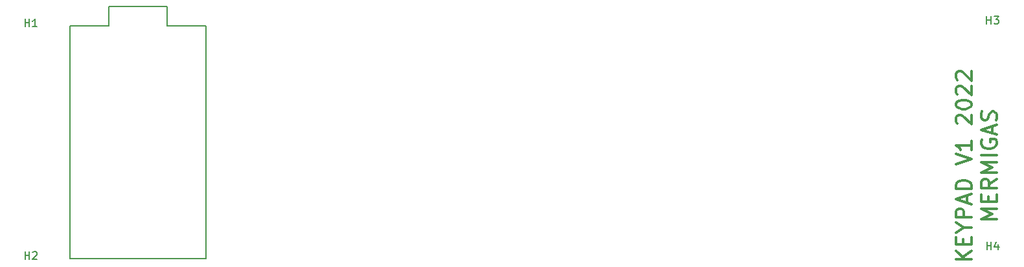
<source format=gto>
G04 #@! TF.GenerationSoftware,KiCad,Pcbnew,(5.1.10)-1*
G04 #@! TF.CreationDate,2022-01-19T18:15:33-07:00*
G04 #@! TF.ProjectId,keypad,6b657970-6164-42e6-9b69-6361645f7063,rev?*
G04 #@! TF.SameCoordinates,Original*
G04 #@! TF.FileFunction,Legend,Top*
G04 #@! TF.FilePolarity,Positive*
%FSLAX46Y46*%
G04 Gerber Fmt 4.6, Leading zero omitted, Abs format (unit mm)*
G04 Created by KiCad (PCBNEW (5.1.10)-1) date 2022-01-19 18:15:33*
%MOMM*%
%LPD*%
G01*
G04 APERTURE LIST*
%ADD10C,0.300000*%
%ADD11C,0.150000*%
%ADD12C,1.750000*%
%ADD13C,3.987800*%
%ADD14C,3.200000*%
%ADD15C,1.600000*%
%ADD16R,1.600000X1.600000*%
G04 APERTURE END LIST*
D10*
X206772761Y-113123714D02*
X204772761Y-113123714D01*
X206772761Y-111980857D02*
X205629904Y-112838000D01*
X204772761Y-111980857D02*
X205915619Y-113123714D01*
X205725142Y-111123714D02*
X205725142Y-110457047D01*
X206772761Y-110171333D02*
X206772761Y-111123714D01*
X204772761Y-111123714D01*
X204772761Y-110171333D01*
X205820380Y-108933238D02*
X206772761Y-108933238D01*
X204772761Y-109599904D02*
X205820380Y-108933238D01*
X204772761Y-108266571D01*
X206772761Y-107599904D02*
X204772761Y-107599904D01*
X204772761Y-106838000D01*
X204868000Y-106647523D01*
X204963238Y-106552285D01*
X205153714Y-106457047D01*
X205439428Y-106457047D01*
X205629904Y-106552285D01*
X205725142Y-106647523D01*
X205820380Y-106838000D01*
X205820380Y-107599904D01*
X206201333Y-105695142D02*
X206201333Y-104742761D01*
X206772761Y-105885619D02*
X204772761Y-105218952D01*
X206772761Y-104552285D01*
X206772761Y-103885619D02*
X204772761Y-103885619D01*
X204772761Y-103409428D01*
X204868000Y-103123714D01*
X205058476Y-102933238D01*
X205248952Y-102838000D01*
X205629904Y-102742761D01*
X205915619Y-102742761D01*
X206296571Y-102838000D01*
X206487047Y-102933238D01*
X206677523Y-103123714D01*
X206772761Y-103409428D01*
X206772761Y-103885619D01*
X204772761Y-100647523D02*
X206772761Y-99980857D01*
X204772761Y-99314190D01*
X206772761Y-97599904D02*
X206772761Y-98742761D01*
X206772761Y-98171333D02*
X204772761Y-98171333D01*
X205058476Y-98361809D01*
X205248952Y-98552285D01*
X205344190Y-98742761D01*
X204963238Y-95314190D02*
X204868000Y-95218952D01*
X204772761Y-95028476D01*
X204772761Y-94552285D01*
X204868000Y-94361809D01*
X204963238Y-94266571D01*
X205153714Y-94171333D01*
X205344190Y-94171333D01*
X205629904Y-94266571D01*
X206772761Y-95409428D01*
X206772761Y-94171333D01*
X204772761Y-92933238D02*
X204772761Y-92742761D01*
X204868000Y-92552285D01*
X204963238Y-92457047D01*
X205153714Y-92361809D01*
X205534666Y-92266571D01*
X206010857Y-92266571D01*
X206391809Y-92361809D01*
X206582285Y-92457047D01*
X206677523Y-92552285D01*
X206772761Y-92742761D01*
X206772761Y-92933238D01*
X206677523Y-93123714D01*
X206582285Y-93218952D01*
X206391809Y-93314190D01*
X206010857Y-93409428D01*
X205534666Y-93409428D01*
X205153714Y-93314190D01*
X204963238Y-93218952D01*
X204868000Y-93123714D01*
X204772761Y-92933238D01*
X204963238Y-91504666D02*
X204868000Y-91409428D01*
X204772761Y-91218952D01*
X204772761Y-90742761D01*
X204868000Y-90552285D01*
X204963238Y-90457047D01*
X205153714Y-90361809D01*
X205344190Y-90361809D01*
X205629904Y-90457047D01*
X206772761Y-91599904D01*
X206772761Y-90361809D01*
X204963238Y-89599904D02*
X204868000Y-89504666D01*
X204772761Y-89314190D01*
X204772761Y-88838000D01*
X204868000Y-88647523D01*
X204963238Y-88552285D01*
X205153714Y-88457047D01*
X205344190Y-88457047D01*
X205629904Y-88552285D01*
X206772761Y-89695142D01*
X206772761Y-88457047D01*
X210072761Y-107838000D02*
X208072761Y-107838000D01*
X209501333Y-107171333D01*
X208072761Y-106504666D01*
X210072761Y-106504666D01*
X209025142Y-105552285D02*
X209025142Y-104885619D01*
X210072761Y-104599904D02*
X210072761Y-105552285D01*
X208072761Y-105552285D01*
X208072761Y-104599904D01*
X210072761Y-102599904D02*
X209120380Y-103266571D01*
X210072761Y-103742761D02*
X208072761Y-103742761D01*
X208072761Y-102980857D01*
X208168000Y-102790380D01*
X208263238Y-102695142D01*
X208453714Y-102599904D01*
X208739428Y-102599904D01*
X208929904Y-102695142D01*
X209025142Y-102790380D01*
X209120380Y-102980857D01*
X209120380Y-103742761D01*
X210072761Y-101742761D02*
X208072761Y-101742761D01*
X209501333Y-101076095D01*
X208072761Y-100409428D01*
X210072761Y-100409428D01*
X210072761Y-99457047D02*
X208072761Y-99457047D01*
X208168000Y-97457047D02*
X208072761Y-97647523D01*
X208072761Y-97933238D01*
X208168000Y-98218952D01*
X208358476Y-98409428D01*
X208548952Y-98504666D01*
X208929904Y-98599904D01*
X209215619Y-98599904D01*
X209596571Y-98504666D01*
X209787047Y-98409428D01*
X209977523Y-98218952D01*
X210072761Y-97933238D01*
X210072761Y-97742761D01*
X209977523Y-97457047D01*
X209882285Y-97361809D01*
X209215619Y-97361809D01*
X209215619Y-97742761D01*
X209501333Y-96599904D02*
X209501333Y-95647523D01*
X210072761Y-96790380D02*
X208072761Y-96123714D01*
X210072761Y-95457047D01*
X209977523Y-94885619D02*
X210072761Y-94599904D01*
X210072761Y-94123714D01*
X209977523Y-93933238D01*
X209882285Y-93838000D01*
X209691809Y-93742761D01*
X209501333Y-93742761D01*
X209310857Y-93838000D01*
X209215619Y-93933238D01*
X209120380Y-94123714D01*
X209025142Y-94504666D01*
X208929904Y-94695142D01*
X208834666Y-94790380D01*
X208644190Y-94885619D01*
X208453714Y-94885619D01*
X208263238Y-94790380D01*
X208168000Y-94695142D01*
X208072761Y-94504666D01*
X208072761Y-94028476D01*
X208168000Y-93742761D01*
D11*
X106680000Y-113030000D02*
X88900000Y-113030000D01*
X106680000Y-82550000D02*
X106680000Y-113030000D01*
X101600000Y-82550000D02*
X106680000Y-82550000D01*
X101600000Y-80010000D02*
X101600000Y-82550000D01*
X93980000Y-80010000D02*
X101600000Y-80010000D01*
X93980000Y-82550000D02*
X93980000Y-80010000D01*
X88900000Y-82550000D02*
X93980000Y-82550000D01*
X88900000Y-82550000D02*
X88900000Y-113030000D01*
X208788095Y-111822380D02*
X208788095Y-110822380D01*
X208788095Y-111298571D02*
X209359523Y-111298571D01*
X209359523Y-111822380D02*
X209359523Y-110822380D01*
X210264285Y-111155714D02*
X210264285Y-111822380D01*
X210026190Y-110774761D02*
X209788095Y-111489047D01*
X210407142Y-111489047D01*
X208783096Y-82277381D02*
X208783096Y-81277381D01*
X208783096Y-81753572D02*
X209354524Y-81753572D01*
X209354524Y-82277381D02*
X209354524Y-81277381D01*
X209735477Y-81277381D02*
X210354524Y-81277381D01*
X210021191Y-81658334D01*
X210164048Y-81658334D01*
X210259286Y-81705953D01*
X210306905Y-81753572D01*
X210354524Y-81848810D01*
X210354524Y-82086905D01*
X210306905Y-82182143D01*
X210259286Y-82229762D01*
X210164048Y-82277381D01*
X209878334Y-82277381D01*
X209783096Y-82229762D01*
X209735477Y-82182143D01*
X83058095Y-113092380D02*
X83058095Y-112092380D01*
X83058095Y-112568571D02*
X83629523Y-112568571D01*
X83629523Y-113092380D02*
X83629523Y-112092380D01*
X84058095Y-112187619D02*
X84105714Y-112140000D01*
X84200952Y-112092380D01*
X84439047Y-112092380D01*
X84534285Y-112140000D01*
X84581904Y-112187619D01*
X84629523Y-112282857D01*
X84629523Y-112378095D01*
X84581904Y-112520952D01*
X84010476Y-113092380D01*
X84629523Y-113092380D01*
X83058095Y-82612380D02*
X83058095Y-81612380D01*
X83058095Y-82088571D02*
X83629523Y-82088571D01*
X83629523Y-82612380D02*
X83629523Y-81612380D01*
X84629523Y-82612380D02*
X84058095Y-82612380D01*
X84343809Y-82612380D02*
X84343809Y-81612380D01*
X84248571Y-81755238D01*
X84153333Y-81850476D01*
X84058095Y-81898095D01*
%LPC*%
D12*
X132715000Y-91440000D03*
X142875000Y-91440000D03*
D13*
X137795000Y-91440000D03*
D14*
X209550000Y-115570000D03*
X209545001Y-86025001D03*
X83820000Y-116840000D03*
X83820000Y-86360000D03*
D15*
X105410000Y-83820000D03*
X105410000Y-86360000D03*
X105410000Y-88900000D03*
X105410000Y-91440000D03*
X105410000Y-93980000D03*
X105410000Y-96520000D03*
X105410000Y-99060000D03*
X105410000Y-101600000D03*
X105410000Y-104140000D03*
X105410000Y-106680000D03*
X105410000Y-109220000D03*
X105410000Y-111760000D03*
X90170000Y-111760000D03*
X90170000Y-109220000D03*
X90170000Y-106680000D03*
X90170000Y-104140000D03*
X90170000Y-101600000D03*
X90170000Y-99060000D03*
X90170000Y-96520000D03*
X90170000Y-93980000D03*
X90170000Y-91440000D03*
X90170000Y-88900000D03*
X90170000Y-86360000D03*
D16*
X90170000Y-83820000D03*
D12*
X189865000Y-110490000D03*
X200025000Y-110490000D03*
D13*
X194945000Y-110490000D03*
D12*
X189865000Y-91440000D03*
X200025000Y-91440000D03*
D13*
X194945000Y-91440000D03*
D12*
X170815000Y-110490000D03*
X180975000Y-110490000D03*
D13*
X175895000Y-110490000D03*
D12*
X170815000Y-91440000D03*
X180975000Y-91440000D03*
D13*
X175895000Y-91440000D03*
D12*
X151765000Y-110490000D03*
X161925000Y-110490000D03*
D13*
X156845000Y-110490000D03*
D12*
X151765000Y-91440000D03*
X161925000Y-91440000D03*
D13*
X156845000Y-91440000D03*
D12*
X132715000Y-110490000D03*
X142875000Y-110490000D03*
D13*
X137795000Y-110490000D03*
D12*
X113665000Y-110490000D03*
X123825000Y-110490000D03*
D13*
X118745000Y-110490000D03*
D12*
X113665000Y-91440000D03*
X123825000Y-91440000D03*
D13*
X118745000Y-91440000D03*
M02*

</source>
